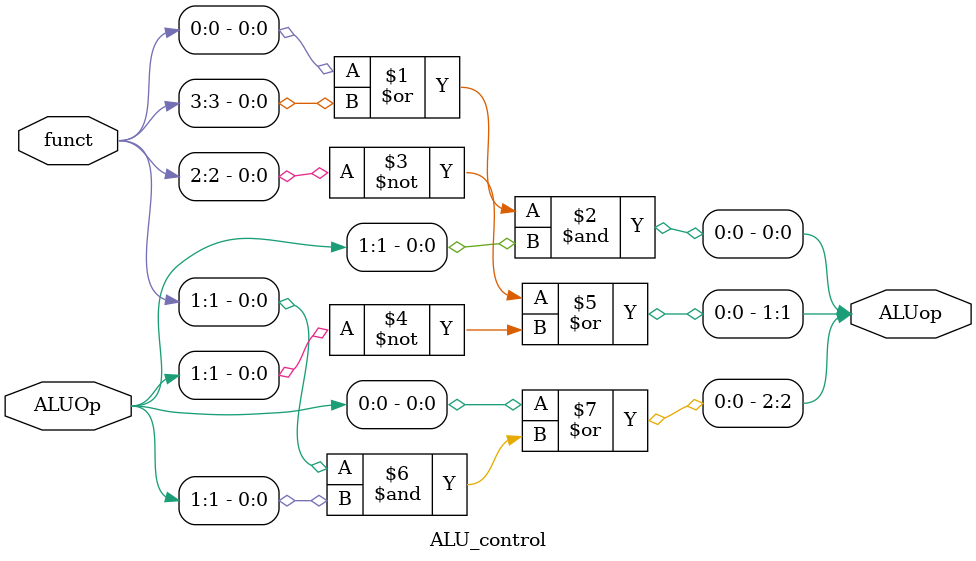
<source format=v>
module mips_cpu(
  input  rst,
  input  clk,

  output [31:0] PC,
  input  [31:0] Instruction,

  output [31:0] Address,
  output MemWrite,
  output [31:0] Write_data,

  input  [31:0] Read_data,
  output MemRead
);
  wire RegDst;
  wire Branch;
  wire MemtoReg;
  wire [1:0] ALUOp;
  wire ALUSrc;
  wire RegWrite;
  wire [4:0] Read_register1;
  wire [4:0] Read_register2;
  wire [4:0] Writeregister;
  wire [31:0] Writedata;
  wire [31:0] Read_data1;
  wire [31:0] Read_data2;
  wire [31:0] A;
  wire [31:0] B;
  wire [31:0] Sign_extend;
  wire [2:0] ALUop;
  wire [31:0] ALU_result;
  wire Zero;
  wire [31:0]Shift_left2;
  wire Overflow;
  wire CarryOut;

  reg [31:0] PC_reg;
  always@(posedge clk)//PC
    begin
    if(rst)
      PC_reg<=0;
    else if(Branch&(~Zero))
      PC_reg<=PC_reg+4+Shift_left2;
    else
      PC_reg<=PC_reg+4;       
    end
  assign Shift_left2=Sign_extend<<2;
  assign Write_data=Read_data2;
  assign Address=ALU_result;
  assign Writeregister=(RegDst==0)?Instruction[20:16]:Instruction[15:11];
  assign Sign_extend={{16{Instruction[15]}},Instruction[15:0]};
  assign B=(ALUSrc==0)?Read_data2:Sign_extend;
  assign Writedata=(MemtoReg==1)?Read_data:ALU_result;
  assign Read_register1=Instruction[25:21];
  assign Read_register2=Instruction[20:16];
  assign PC=PC_reg;
  assign A=Read_data1;
  ControlUnit ControlUnit(Instruction[31:26],RegDst,Branch,MemRead,MemtoReg,ALUOp,MemWrite,ALUSrc,RegWrite);//Ä£¿éÀý»¯
  reg_file Registers(clk,rst,Writeregister,Read_register1,Read_register2,RegWrite,Writedata,Read_data1,Read_data2);
  alu ALU(.A(A),.B(B),.ALUop(ALUop),.Overflow(Overflow),.CarryOut(CarryOut),.Zero(Zero),.Result(ALU_result));
  ALU_control ALU_control(Instruction[5:0],ALUOp,ALUop);
  endmodule

module ControlUnit(
  input [5:0] opcode,
  output reg RegDst,
  output reg Branch,
  output reg MemRead,
  output reg MemtoReg,
  output reg [1:0] ALUOp,
  output reg MemWrite,
  output reg ALUSrc,
  output reg RegWrite
);
  always@(opcode)//¿ØÖÆÂß¼­
  case(opcode)
  6'b001001:
  begin
  RegDst=0;
  Branch=0;
  MemRead=0;
  MemtoReg=0;
  ALUOp=2'b00;
  MemWrite=0;
  ALUSrc=1;
  RegWrite=1;
  end
  6'b000000:
  begin
  RegDst=0;
  Branch=0;
  MemRead=0;
  MemtoReg=0;
  ALUOp=2'b00;
  MemWrite=0;
  ALUSrc=0;
  RegWrite=0;
  end
  6'b100011:
  begin
  RegDst=0;
  Branch=0;
  MemRead=1;
  MemtoReg=1;
  ALUOp=2'b00;
  MemWrite=0;
  ALUSrc=1;
  RegWrite=1;
  end
  6'b101011:
  begin
  RegDst=0;
  Branch=0;
  MemRead=0;
  MemtoReg=0;
  ALUOp=2'b00;
  MemWrite=1;
  ALUSrc=1;
  RegWrite=0;
  end
  6'b000101:
  begin
  RegDst=0;
  Branch=1;
  MemRead=0;
  MemtoReg=0;
  ALUOp=2'b01;
  MemWrite=0;
  ALUSrc=0;
  RegWrite=0;
  end
  default:
  begin
  RegDst=0;
  Branch=0;
  MemRead=0;
  MemtoReg=0;
  ALUOp=2'b00;
  MemWrite=0;
  ALUSrc=0;
  RegWrite=0;
  end
  endcase     
  endmodule

module ALU_control(
  input [5:0] funct,
  input [1:0] ALUOp,
  output [2:0] ALUop
);
  assign ALUop[0]=(funct[0]|funct[3])&ALUOp[1];
  assign ALUop[1]=(~funct[2])|(~ALUOp[1]);
  assign ALUop[2]=ALUOp[0]|(funct[1]&ALUOp[1]);
endmodule

</source>
